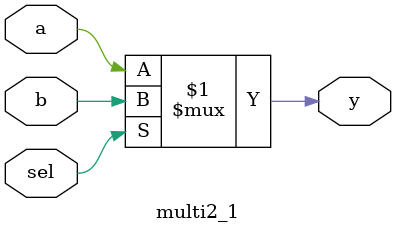
<source format=v>
`timescale 1ns / 1ps


module multi2_1(

input a,
input b,
input sel,
output y    );
assign y=sel?b:a;

endmodule

</source>
